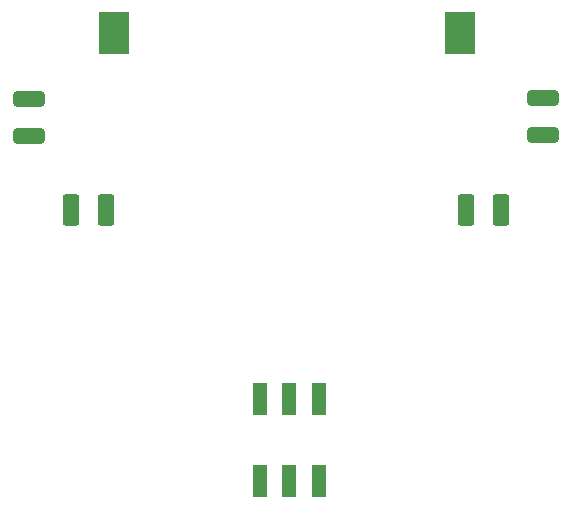
<source format=gbr>
%TF.GenerationSoftware,KiCad,Pcbnew,(6.0.10)*%
%TF.CreationDate,2023-11-18T20:59:03+01:00*%
%TF.ProjectId,Lynx,4c796e78-2e6b-4696-9361-645f70636258,V 1.3*%
%TF.SameCoordinates,Original*%
%TF.FileFunction,Paste,Bot*%
%TF.FilePolarity,Positive*%
%FSLAX46Y46*%
G04 Gerber Fmt 4.6, Leading zero omitted, Abs format (unit mm)*
G04 Created by KiCad (PCBNEW (6.0.10)) date 2023-11-18 20:59:03*
%MOMM*%
%LPD*%
G01*
G04 APERTURE LIST*
G04 Aperture macros list*
%AMRoundRect*
0 Rectangle with rounded corners*
0 $1 Rounding radius*
0 $2 $3 $4 $5 $6 $7 $8 $9 X,Y pos of 4 corners*
0 Add a 4 corners polygon primitive as box body*
4,1,4,$2,$3,$4,$5,$6,$7,$8,$9,$2,$3,0*
0 Add four circle primitives for the rounded corners*
1,1,$1+$1,$2,$3*
1,1,$1+$1,$4,$5*
1,1,$1+$1,$6,$7*
1,1,$1+$1,$8,$9*
0 Add four rect primitives between the rounded corners*
20,1,$1+$1,$2,$3,$4,$5,0*
20,1,$1+$1,$4,$5,$6,$7,0*
20,1,$1+$1,$6,$7,$8,$9,0*
20,1,$1+$1,$8,$9,$2,$3,0*%
G04 Aperture macros list end*
%ADD10R,1.200000X2.700000*%
%ADD11RoundRect,0.250001X0.462499X1.074999X-0.462499X1.074999X-0.462499X-1.074999X0.462499X-1.074999X0*%
%ADD12RoundRect,0.250001X-0.462499X-1.074999X0.462499X-1.074999X0.462499X1.074999X-0.462499X1.074999X0*%
%ADD13R,2.600000X3.600000*%
%ADD14RoundRect,0.250000X-1.075000X0.400000X-1.075000X-0.400000X1.075000X-0.400000X1.075000X0.400000X0*%
G04 APERTURE END LIST*
D10*
%TO.C,SW1*%
X82500000Y-99000000D03*
X80000000Y-99000000D03*
X77500000Y-99000000D03*
X82500000Y-105900000D03*
X80000000Y-105900000D03*
X77500000Y-105900000D03*
%TD*%
D11*
%TO.C,D1*%
X64487500Y-83000000D03*
X61512500Y-83000000D03*
%TD*%
D12*
%TO.C,D2*%
X95000000Y-83000000D03*
X97975000Y-83000000D03*
%TD*%
D13*
%TO.C,BT1*%
X65200000Y-68000000D03*
X94500000Y-68000000D03*
%TD*%
D14*
%TO.C,R1*%
X58000000Y-73600000D03*
X58000000Y-76700000D03*
%TD*%
%TO.C,R2*%
X101500000Y-73500000D03*
X101500000Y-76600000D03*
%TD*%
M02*

</source>
